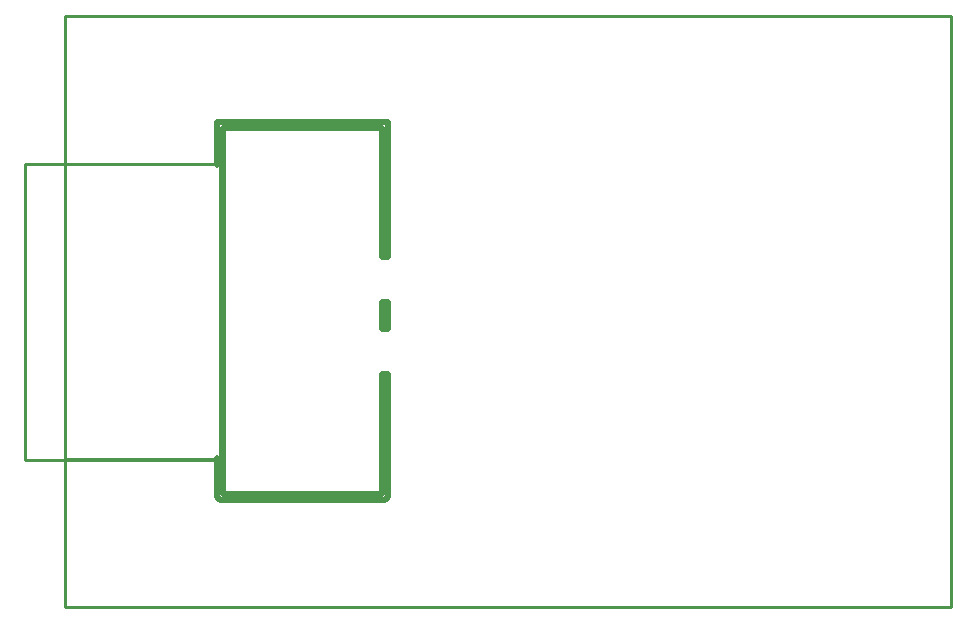
<source format=gko>
G04 Layer: BoardOutline*
G04 EasyEDA v6.4.17, 2021-03-02T21:28:07+01:00*
G04 1007e7e2c1864e39a1c220729244a999,9c416354eb984020824aaf9c885bead6,10*
G04 Gerber Generator version 0.2*
G04 Scale: 100 percent, Rotated: No, Reflected: No *
G04 Dimensions in inches *
G04 leading zeros omitted , absolute positions ,3 integer and 6 decimal *
%FSLAX36Y36*%
%MOIN*%

%ADD10C,0.0100*%
%ADD11C,0.0197*%
D10*
X-275590Y492125D02*
G01*
X230009Y492125D01*
X-275599Y-490500D02*
G01*
X230000Y-492125D01*
D11*
X780000Y180000D02*
G01*
X780000Y610000D01*
X250000Y610000D01*
X250000Y-610000D01*
X780000Y-610000D01*
X780000Y-210000D01*
X800000Y-210000D01*
X800000Y-620000D01*
X790000Y-630000D01*
X240000Y-630000D01*
X230000Y-620000D01*
X230000Y-490000D01*
D10*
X-275590Y984252D02*
G01*
X2677165Y984252D01*
X2677165Y-984252D01*
X-275590Y-984252D01*
X-275590Y984252D01*
D11*
X800000Y-60000D02*
G01*
X800000Y30000D01*
X780000Y30000D01*
X780000Y-60000D01*
X800000Y-60000D01*
X230000Y488260D02*
G01*
X230000Y630000D01*
X800000Y630000D01*
X800000Y180000D01*
X780000Y180000D01*
D10*
X-410000Y490000D02*
G01*
X240000Y490000D01*
X240000Y490000D02*
G01*
X240000Y-494252D01*
X240000Y-494252D02*
G01*
X-410000Y-494252D01*
X-410000Y-494252D02*
G01*
X-410000Y490000D01*

%LPD*%
M02*

</source>
